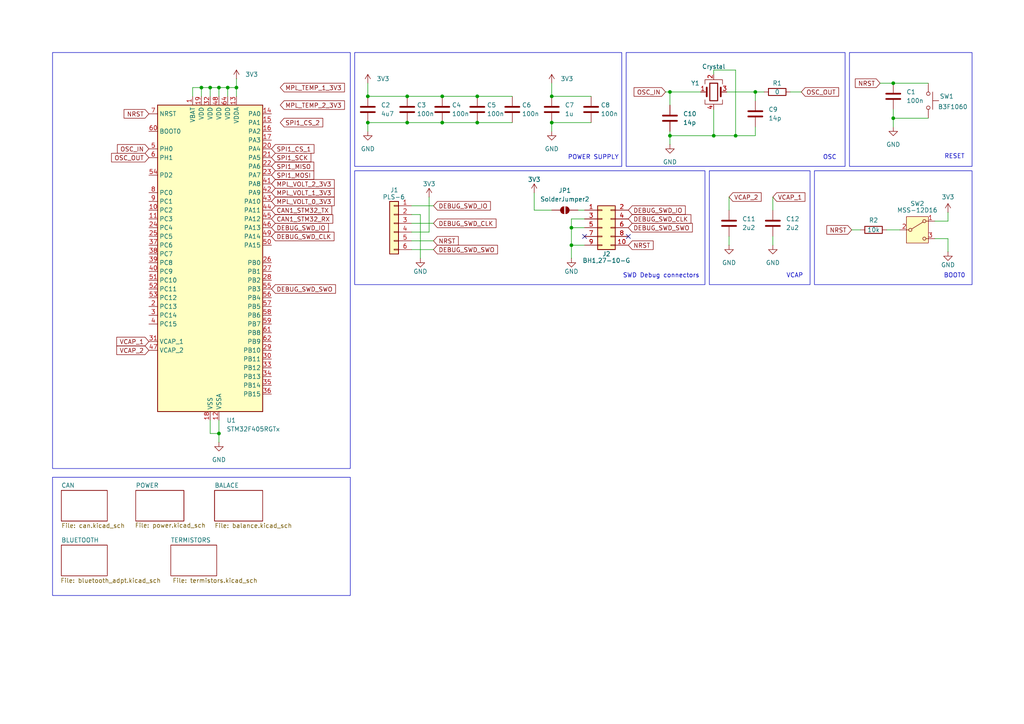
<source format=kicad_sch>
(kicad_sch (version 20250114) (generator "eeschema") (generator_version "9.0")
  (paper "A4")
  (lib_symbols
    (symbol "Connector_Generic:Conn_01x06" (pin_names (offset 1.016) (hide yes))
      (property "Reference" "J" (at 0 7.62 0))
      (property "Value" "Conn_01x06" (at 0 -10.16 0))
      (symbol "Conn_01x06_1_1"
        (rectangle (start -1.27 6.35) (end 1.27 -8.89) (stroke (width 0.254)) (fill (type background)))
        (rectangle (start -1.27 5.207) (end 0 4.953) (stroke (width 0.1524)))
        (rectangle (start -1.27 2.667) (end 0 2.413) (stroke (width 0.1524)))
        (rectangle (start -1.27 0.127) (end 0 -0.127) (stroke (width 0.1524)))
        (rectangle (start -1.27 -2.413) (end 0 -2.667) (stroke (width 0.1524)))
        (rectangle (start -1.27 -4.953) (end 0 -5.207) (stroke (width 0.1524)))
        (rectangle (start -1.27 -7.493) (end 0 -7.747) (stroke (width 0.1524)))
        (pin passive line (at -5.08 5.08 0) (length 3.81) (name "Pin_1") (number "1"))
        (pin passive line (at -5.08 2.54 0) (length 3.81) (name "Pin_2") (number "2"))
        (pin passive line (at -5.08 0 0) (length 3.81) (name "Pin_3") (number "3"))
        (pin passive line (at -5.08 -2.54 0) (length 3.81) (name "Pin_4") (number "4"))
        (pin passive line (at -5.08 -5.08 0) (length 3.81) (name "Pin_5") (number "5"))
        (pin passive line (at -5.08 -7.62 0) (length 3.81) (name "Pin_6") (number "6"))
      )
    )
    (symbol "Connector_Generic:Conn_02x05_Odd_Even" (pin_names (offset 1.016) (hide yes))
      (property "Reference" "J" (at 1.27 7.62 0))
      (property "Value" "Conn_02x05_Odd_Even" (at 1.27 -7.62 0))
      (symbol "Conn_02x05_Odd_Even_1_1"
        (rectangle (start -1.27 6.35) (end 3.81 -6.35) (stroke (width 0.254)) (fill (type background)))
        (rectangle (start -1.27 5.207) (end 0 4.953) (stroke (width 0.1524)))
        (rectangle (start -1.27 2.667) (end 0 2.413) (stroke (width 0.1524)))
        (rectangle (start -1.27 0.127) (end 0 -0.127) (stroke (width 0.1524)))
        (rectangle (start -1.27 -2.413) (end 0 -2.667) (stroke (width 0.1524)))
        (rectangle (start -1.27 -4.953) (end 0 -5.207) (stroke (width 0.1524)))
        (rectangle (start 3.81 5.207) (end 2.54 4.953) (stroke (width 0.1524)))
        (rectangle (start 3.81 2.667) (end 2.54 2.413) (stroke (width 0.1524)))
        (rectangle (start 3.81 0.127) (end 2.54 -0.127) (stroke (width 0.1524)))
        (rectangle (start 3.81 -2.413) (end 2.54 -2.667) (stroke (width 0.1524)))
        (rectangle (start 3.81 -4.953) (end 2.54 -5.207) (stroke (width 0.1524)))
        (pin passive line (at -5.08 5.08 0) (length 3.81) (name "Pin_1") (number "1"))
        (pin passive line (at -5.08 2.54 0) (length 3.81) (name "Pin_3") (number "3"))
        (pin passive line (at -5.08 0 0) (length 3.81) (name "Pin_5") (number "5"))
        (pin passive line (at -5.08 -2.54 0) (length 3.81) (name "Pin_7") (number "7"))
        (pin passive line (at -5.08 -5.08 0) (length 3.81) (name "Pin_9") (number "9"))
        (pin passive line (at 7.62 5.08 180) (length 3.81) (name "Pin_2") (number "2"))
        (pin passive line (at 7.62 2.54 180) (length 3.81) (name "Pin_4") (number "4"))
        (pin passive line (at 7.62 0 180) (length 3.81) (name "Pin_6") (number "6"))
        (pin passive line (at 7.62 -2.54 180) (length 3.81) (name "Pin_8") (number "8"))
        (pin passive line (at 7.62 -5.08 180) (length 3.81) (name "Pin_10") (number "10"))
      )
    )
    (symbol "Device:C" (pin_numbers (hide yes)) (pin_names (offset 0.254))
      (property "Reference" "C" (at 0.635 2.54 0))
      (property "Value" "C" (at 0.635 -2.54 0))
      (symbol "C_0_1"
        (polyline (pts (xy -2.032 0.762) (xy 2.032 0.762)) (stroke (width 0.508)))
        (polyline (pts (xy -2.032 -0.762) (xy 2.032 -0.762)) (stroke (width 0.508)))
      )
      (symbol "C_1_1"
        (pin passive line (at 0 3.81 270) (length 2.794) (name "~") (number "1"))
        (pin passive line (at 0 -3.81 90) (length 2.794) (name "~") (number "2"))
      )
    )
    (symbol "Device:Crystal_GND24" (pin_names (offset 1.016) (hide yes))
      (property "Reference" "Y" (at 3.175 5.08 0))
      (property "Value" "Crystal_GND24" (at 3.175 3.175 0))
      (symbol "Crystal_GND24_0_1"
        (polyline (pts (xy -2.54 2.286) (xy -2.54 3.556) (xy 2.54 3.556) (xy 2.54 2.286)))
        (polyline (pts (xy -2.54 0) (xy -2.032 0)))
        (polyline (pts (xy -2.54 -2.286) (xy -2.54 -3.556) (xy 2.54 -3.556) (xy 2.54 -2.286)))
        (polyline (pts (xy -2.032 -1.27) (xy -2.032 1.27)) (stroke (width 0.508)))
        (rectangle (start -1.143 2.54) (end 1.143 -2.54) (stroke (width 0.3048)))
        (polyline (pts (xy 0 3.556) (xy 0 3.81)))
        (polyline (pts (xy 0 -3.81) (xy 0 -3.556)))
        (polyline (pts (xy 2.032 0) (xy 2.54 0)))
        (polyline (pts (xy 2.032 -1.27) (xy 2.032 1.27)) (stroke (width 0.508)))
      )
      (symbol "Crystal_GND24_1_1"
        (pin passive line (at -3.81 0 0) (length 1.27) (name "1") (number "1"))
        (pin passive line (at 0 5.08 270) (length 1.27) (name "2") (number "2"))
        (pin passive line (at 0 -5.08 90) (length 1.27) (name "4") (number "4"))
        (pin passive line (at 3.81 0 180) (length 1.27) (name "3") (number "3"))
      )
    )
    (symbol "Device:R" (pin_numbers (hide yes)) (pin_names (offset 0))
      (property "Reference" "R" (at 2.032 0 90))
      (property "Value" "R" (at 0 0 90))
      (symbol "R_0_1"
        (rectangle (start -1.016 -2.54) (end 1.016 2.54) (stroke (width 0.254)))
      )
      (symbol "R_1_1"
        (pin passive line (at 0 3.81 270) (length 1.27) (name "~") (number "1"))
        (pin passive line (at 0 -3.81 90) (length 1.27) (name "~") (number "2"))
      )
    )
    (symbol "Jumper:SolderJumper_2_Open" (pin_numbers (hide yes)) (pin_names (offset 0) (hide yes)) (exclude_from_sim yes) (in_bom no)
      (property "Reference" "JP" (at 0 2.032 0))
      (property "Value" "SolderJumper_2_Open" (at 0 -2.54 0))
      (symbol "SolderJumper_2_Open_0_1"
        (polyline (pts (xy -0.254 1.016) (xy -0.254 -1.016)))
        (arc (start -0.254 -1.016) (mid -1.2656 0) (end -0.254 1.016))
        (arc (start -0.254 -1.016) (mid -1.2656 0) (end -0.254 1.016) (fill (type outline)))
        (arc (start 0.254 1.016) (mid 1.2656 0) (end 0.254 -1.016))
        (arc (start 0.254 1.016) (mid 1.2656 0) (end 0.254 -1.016) (fill (type outline)))
        (polyline (pts (xy 0.254 1.016) (xy 0.254 -1.016)))
      )
      (symbol "SolderJumper_2_Open_1_1"
        (pin passive line (at -3.81 0 0) (length 2.54) (name "A") (number "1"))
        (pin passive line (at 3.81 0 180) (length 2.54) (name "B") (number "2"))
      )
    )
    (symbol "MCU_ST_STM32F4:STM32F405RGTx"
      (property "Reference" "U" (at -15.24 46.99 0))
      (property "Value" "STM32F405RGTx" (at 10.16 46.99 0))
      (symbol "STM32F405RGTx_0_1"
        (rectangle (start -15.24 -43.18) (end 15.24 45.72) (stroke (width 0.254)) (fill (type background)))
      )
      (symbol "STM32F405RGTx_1_1"
        (pin input line (at -17.78 43.18 0) (length 2.54) (name "NRST") (number "7"))
        (pin input line (at -17.78 38.1 0) (length 2.54) (name "BOOT0") (number "60"))
        (pin bidirectional line (at -17.78 33.02 0) (length 2.54) (name "PH0") (number "5"))
        (pin bidirectional line (at -17.78 30.48 0) (length 2.54) (name "PH1") (number "6"))
        (pin bidirectional line (at -17.78 25.4 0) (length 2.54) (name "PD2") (number "54"))
        (pin bidirectional line (at -17.78 20.32 0) (length 2.54) (name "PC0") (number "8"))
        (pin bidirectional line (at -17.78 17.78 0) (length 2.54) (name "PC1") (number "9"))
        (pin bidirectional line (at -17.78 15.24 0) (length 2.54) (name "PC2") (number "10"))
        (pin bidirectional line (at -17.78 12.7 0) (length 2.54) (name "PC3") (number "11"))
        (pin bidirectional line (at -17.78 10.16 0) (length 2.54) (name "PC4") (number "24"))
        (pin bidirectional line (at -17.78 7.62 0) (length 2.54) (name "PC5") (number "25"))
        (pin bidirectional line (at -17.78 5.08 0) (length 2.54) (name "PC6") (number "37"))
        (pin bidirectional line (at -17.78 2.54 0) (length 2.54) (name "PC7") (number "38"))
        (pin bidirectional line (at -17.78 0 0) (length 2.54) (name "PC8") (number "39"))
        (pin bidirectional line (at -17.78 -2.54 0) (length 2.54) (name "PC9") (number "40"))
        (pin bidirectional line (at -17.78 -5.08 0) (length 2.54) (name "PC10") (number "51"))
        (pin bidirectional line (at -17.78 -7.62 0) (length 2.54) (name "PC11") (number "52"))
        (pin bidirectional line (at -17.78 -10.16 0) (length 2.54) (name "PC12") (number "53"))
        (pin bidirectional line (at -17.78 -12.7 0) (length 2.54) (name "PC13") (number "2"))
        (pin bidirectional line (at -17.78 -15.24 0) (length 2.54) (name "PC14") (number "3"))
        (pin bidirectional line (at -17.78 -17.78 0) (length 2.54) (name "PC15") (number "4"))
        (pin power_out line (at -17.78 -22.86 0) (length 2.54) (name "VCAP_1") (number "31"))
        (pin power_out line (at -17.78 -25.4 0) (length 2.54) (name "VCAP_2") (number "47"))
        (pin power_in line (at -5.08 48.26 270) (length 2.54) (name "VBAT") (number "1"))
        (pin power_in line (at -2.54 48.26 270) (length 2.54) (name "VDD") (number "19"))
        (pin power_in line (at 0 48.26 270) (length 2.54) (name "VDD") (number "32"))
        (pin power_in line (at 0 -45.72 90) (length 2.54) (name "VSS") (number "18"))
        (pin passive line (at 0 -45.72 90) (length 2.54) (hide yes) (name "VSS") (number "63"))
        (pin power_in line (at 2.54 48.26 270) (length 2.54) (name "VDD") (number "48"))
        (pin power_in line (at 2.54 -45.72 90) (length 2.54) (name "VSSA") (number "12"))
        (pin power_in line (at 5.08 48.26 270) (length 2.54) (name "VDD") (number "64"))
        (pin power_in line (at 7.62 48.26 270) (length 2.54) (name "VDDA") (number "13"))
        (pin bidirectional line (at 17.78 43.18 180) (length 2.54) (name "PA0") (number "14"))
        (pin bidirectional line (at 17.78 40.64 180) (length 2.54) (name "PA1") (number "15"))
        (pin bidirectional line (at 17.78 38.1 180) (length 2.54) (name "PA2") (number "16"))
        (pin bidirectional line (at 17.78 35.56 180) (length 2.54) (name "PA3") (number "17"))
        (pin bidirectional line (at 17.78 33.02 180) (length 2.54) (name "PA4") (number "20"))
        (pin bidirectional line (at 17.78 30.48 180) (length 2.54) (name "PA5") (number "21"))
        (pin bidirectional line (at 17.78 27.94 180) (length 2.54) (name "PA6") (number "22"))
        (pin bidirectional line (at 17.78 25.4 180) (length 2.54) (name "PA7") (number "23"))
        (pin bidirectional line (at 17.78 22.86 180) (length 2.54) (name "PA8") (number "41"))
        (pin bidirectional line (at 17.78 20.32 180) (length 2.54) (name "PA9") (number "42"))
        (pin bidirectional line (at 17.78 17.78 180) (length 2.54) (name "PA10") (number "43"))
        (pin bidirectional line (at 17.78 15.24 180) (length 2.54) (name "PA11") (number "44"))
        (pin bidirectional line (at 17.78 12.7 180) (length 2.54) (name "PA12") (number "45"))
        (pin bidirectional line (at 17.78 10.16 180) (length 2.54) (name "PA13") (number "46"))
        (pin bidirectional line (at 17.78 7.62 180) (length 2.54) (name "PA14") (number "49"))
        (pin bidirectional line (at 17.78 5.08 180) (length 2.54) (name "PA15") (number "50"))
        (pin bidirectional line (at 17.78 0 180) (length 2.54) (name "PB0") (number "26"))
        (pin bidirectional line (at 17.78 -2.54 180) (length 2.54) (name "PB1") (number "27"))
        (pin bidirectional line (at 17.78 -5.08 180) (length 2.54) (name "PB2") (number "28"))
        (pin bidirectional line (at 17.78 -7.62 180) (length 2.54) (name "PB3") (number "55"))
        (pin bidirectional line (at 17.78 -10.16 180) (length 2.54) (name "PB4") (number "56"))
        (pin bidirectional line (at 17.78 -12.7 180) (length 2.54) (name "PB5") (number "57"))
        (pin bidirectional line (at 17.78 -15.24 180) (length 2.54) (name "PB6") (number "58"))
        (pin bidirectional line (at 17.78 -17.78 180) (length 2.54) (name "PB7") (number "59"))
        (pin bidirectional line (at 17.78 -20.32 180) (length 2.54) (name "PB8") (number "61"))
        (pin bidirectional line (at 17.78 -22.86 180) (length 2.54) (name "PB9") (number "62"))
        (pin bidirectional line (at 17.78 -25.4 180) (length 2.54) (name "PB10") (number "29"))
        (pin bidirectional line (at 17.78 -27.94 180) (length 2.54) (name "PB11") (number "30"))
        (pin bidirectional line (at 17.78 -30.48 180) (length 2.54) (name "PB12") (number "33"))
        (pin bidirectional line (at 17.78 -33.02 180) (length 2.54) (name "PB13") (number "34"))
        (pin bidirectional line (at 17.78 -35.56 180) (length 2.54) (name "PB14") (number "35"))
        (pin bidirectional line (at 17.78 -38.1 180) (length 2.54) (name "PB15") (number "36"))
      )
    )
    (symbol "SW_SPDT_1" (pin_names (offset 0) (hide yes))
      (property "Reference" "SW" (at 0 5.08 0))
      (property "Value" "SW_SPDT" (at 0 -5.08 0))
      (symbol "SW_SPDT_1_0_1"
        (circle (center -2.032 0) (radius 0.4572))
        (polyline (pts (xy -1.651 0.254) (xy 1.651 2.286)))
        (circle (center 2.032 2.54) (radius 0.4572))
        (circle (center 2.032 -2.54) (radius 0.4572))
      )
      (symbol "SW_SPDT_1_1_1"
        (rectangle (start -3.175 3.81) (end 3.175 -3.81) (fill (type background)))
        (pin passive line (at -5.08 0 0) (length 2.54) (name "B") (number "2"))
        (pin passive line (at 5.08 2.54 180) (length 2.54) (name "A") (number "1"))
        (pin passive line (at 5.08 -2.54 180) (length 2.54) (name "C") (number "3"))
      )
    )
    (symbol "Switch:SW_Push" (pin_numbers (hide yes)) (pin_names (offset 1.016) (hide yes))
      (property "Reference" "SW" (at 1.27 2.54 0))
      (property "Value" "SW_Push" (at 0 -1.524 0))
      (symbol "SW_Push_0_1"
        (circle (center -2.032 0) (radius 0.508))
        (polyline (pts (xy 0 1.27) (xy 0 3.048)))
        (circle (center 2.032 0) (radius 0.508))
        (polyline (pts (xy 2.54 1.27) (xy -2.54 1.27)))
        (pin passive line (at -5.08 0 0) (length 2.54) (name "1") (number "1"))
        (pin passive line (at 5.08 0 180) (length 2.54) (name "2") (number "2"))
      )
    )
    (symbol "power:+1V1" (power) (pin_numbers (hide yes)) (pin_names (offset 0) (hide yes))
      (property "Value" "+1V1" (at 0 3.556 0))
      (symbol "+1V1_0_1"
        (polyline (pts (xy -0.762 1.27) (xy 0 2.54)))
        (polyline (pts (xy 0 2.54) (xy 0.762 1.27)))
        (polyline (pts (xy 0 0) (xy 0 2.54)))
      )
      (symbol "+1V1_1_1"
        (pin power_in line (at 0 0 90) (length 0) (name "~") (number "1"))
      )
    )
    (symbol "power:+5V" (power) (pin_numbers (hide yes)) (pin_names (offset 0) (hide yes))
      (property "Value" "+5V" (at 0 3.556 0))
      (symbol "+5V_0_1"
        (polyline (pts (xy -0.762 1.27) (xy 0 2.54)))
        (polyline (pts (xy 0 2.54) (xy 0.762 1.27)))
        (polyline (pts (xy 0 0) (xy 0 2.54)))
      )
      (symbol "+5V_1_1"
        (pin power_in line (at 0 0 90) (length 0) (name "~") (number "1"))
      )
    )
    (symbol "power:GND" (power) (pin_numbers (hide yes)) (pin_names (offset 0) (hide yes))
      (property "Value" "GND" (at 0 -3.81 0))
      (symbol "GND_0_1"
        (polyline (pts (xy 0 0) (xy 0 -1.27) (xy 1.27 -1.27) (xy 0 -2.54) (xy -1.27 -1.27) (xy 0 -1.27)))
      )
      (symbol "GND_1_1"
        (pin power_in line (at 0 0 270) (length 0) (name "~") (number "1"))
      )
    )
  )
  (rectangle (start 205.74 49.53) (end 234.95 82.55))
  (rectangle (start 181.61 15.24) (end 245.11 48.26))
  (rectangle (start 246.38 15.24) (end 281.94 48.26))
  (rectangle (start 102.87 15.24) (end 180.34 48.26))
  (rectangle (start 236.22 49.53) (end 281.94 82.55))
  (rectangle (start 102.87 49.53) (end 204.47 82.55))
  (rectangle (start 15.24 138.43) (end 101.6 172.72))
  (rectangle (start 15.24 15.24) (end 101.6 135.89))
  (text "VCAP" (at 230.505 80.01 0) (effects (font (size 1.27 1.27))))
  (text "POWER SUPPLY" (at 172.085 45.72 0) (effects (font (size 1.27 1.27))))
  (text "RESET" (at 276.86 45.466 0) (effects (font (size 1.27 1.27))))
  (text "BOOT0" (at 276.86 80.01 0) (effects (font (size 1.27 1.27))))
  (text "SWD Debug connectors" (at 191.77 80.01 0) (effects (font (size 1.27 1.27))))
  (text "OSC" (at 240.665 45.72 0) (effects (font (size 1.27 1.27))))
  (junction (at 165.735 66.04))
  (junction (at 106.68 27.94))
  (junction (at 259.08 24.13))
  (junction (at 207.01 39.37))
  (junction (at 63.5 25.4))
  (junction (at 194.31 26.67))
  (junction (at 138.43 35.56))
  (junction (at 60.96 25.4))
  (junction (at 128.27 35.56))
  (junction (at 118.11 35.56))
  (junction (at 68.58 25.4))
  (junction (at 160.02 27.94))
  (junction (at 118.11 27.94))
  (junction (at 194.31 39.37))
  (junction (at 106.68 35.56))
  (junction (at 128.27 27.94))
  (junction (at 58.42 25.4))
  (junction (at 165.735 71.12))
  (junction (at 219.075 26.67))
  (junction (at 138.43 27.94))
  (junction (at 160.02 35.56))
  (junction (at 66.04 25.4))
  (junction (at 259.08 34.29))
  (junction (at 213.36 39.37))
  (junction (at 63.5 125.73))
  (no_connect (at 182.245 68.58))
  (no_connect (at 169.545 68.58))
  (wire (pts (xy 271.145 69.215) (xy 274.955 69.215)))
  (wire (pts (xy 224.155 57.15) (xy 224.155 60.96)))
  (wire (pts (xy 160.02 27.94) (xy 171.45 27.94)))
  (wire (pts (xy 66.04 25.4) (xy 66.04 27.94)))
  (wire (pts (xy 274.955 69.215) (xy 274.955 73.025)))
  (wire (pts (xy 207.01 20.32) (xy 207.01 21.59)))
  (wire (pts (xy 213.36 20.32) (xy 213.36 39.37)))
  (wire (pts (xy 219.075 26.67) (xy 219.075 29.21)))
  (wire (pts (xy 259.08 34.29) (xy 259.08 36.83)))
  (wire (pts (xy 160.02 60.96) (xy 154.94 60.96)))
  (wire (pts (xy 194.31 26.67) (xy 194.31 30.48)))
  (wire (pts (xy 260.985 66.675) (xy 257.175 66.675)))
  (wire (pts (xy 68.58 22.86) (xy 68.58 25.4)))
  (wire (pts (xy 124.46 67.31) (xy 119.38 67.31)))
  (wire (pts (xy 211.455 68.58) (xy 211.455 71.12)))
  (wire (pts (xy 259.08 24.13) (xy 269.24 24.13)))
  (wire (pts (xy 128.27 35.56) (xy 138.43 35.56)))
  (wire (pts (xy 60.96 25.4) (xy 60.96 27.94)))
  (wire (pts (xy 193.04 26.67) (xy 194.31 26.67)))
  (wire (pts (xy 165.735 66.04) (xy 165.735 71.12)))
  (wire (pts (xy 165.735 63.5) (xy 165.735 66.04)))
  (wire (pts (xy 207.01 20.32) (xy 213.36 20.32)))
  (wire (pts (xy 160.02 24.13) (xy 160.02 27.94)))
  (wire (pts (xy 247.015 66.675) (xy 249.555 66.675)))
  (wire (pts (xy 118.11 27.94) (xy 128.27 27.94)))
  (wire (pts (xy 125.73 72.39) (xy 119.38 72.39)))
  (wire (pts (xy 167.64 60.96) (xy 169.545 60.96)))
  (wire (pts (xy 128.27 27.94) (xy 138.43 27.94)))
  (wire (pts (xy 63.5 25.4) (xy 66.04 25.4)))
  (wire (pts (xy 194.31 39.37) (xy 194.31 41.91)))
  (wire (pts (xy 259.08 31.75) (xy 259.08 34.29)))
  (wire (pts (xy 106.68 24.13) (xy 106.68 27.94)))
  (wire (pts (xy 55.88 25.4) (xy 55.88 27.94)))
  (wire (pts (xy 213.36 39.37) (xy 219.075 39.37)))
  (wire (pts (xy 124.46 57.15) (xy 124.46 67.31)))
  (wire (pts (xy 119.38 69.85) (xy 125.73 69.85)))
  (wire (pts (xy 106.68 35.56) (xy 118.11 35.56)))
  (wire (pts (xy 259.08 34.29) (xy 269.24 34.29)))
  (wire (pts (xy 58.42 25.4) (xy 60.96 25.4)))
  (wire (pts (xy 194.31 26.67) (xy 203.2 26.67)))
  (wire (pts (xy 229.235 26.67) (xy 232.41 26.67)))
  (wire (pts (xy 138.43 35.56) (xy 148.59 35.56)))
  (wire (pts (xy 63.5 25.4) (xy 63.5 27.94)))
  (wire (pts (xy 211.455 57.15) (xy 211.455 60.96)))
  (wire (pts (xy 194.31 38.1) (xy 194.31 39.37)))
  (wire (pts (xy 224.155 68.58) (xy 224.155 71.12)))
  (wire (pts (xy 274.955 64.135) (xy 274.955 61.595)))
  (wire (pts (xy 138.43 27.94) (xy 148.59 27.94)))
  (wire (pts (xy 60.96 121.92) (xy 60.96 125.73)))
  (wire (pts (xy 207.01 31.75) (xy 207.01 39.37)))
  (wire (pts (xy 60.96 125.73) (xy 63.5 125.73)))
  (wire (pts (xy 121.92 62.23) (xy 121.92 74.93)))
  (wire (pts (xy 271.145 64.135) (xy 274.955 64.135)))
  (wire (pts (xy 165.735 71.12) (xy 165.735 74.93)))
  (wire (pts (xy 106.68 27.94) (xy 118.11 27.94)))
  (wire (pts (xy 169.545 71.12) (xy 165.735 71.12)))
  (wire (pts (xy 160.02 35.56) (xy 171.45 35.56)))
  (wire (pts (xy 210.82 26.67) (xy 219.075 26.67)))
  (wire (pts (xy 255.27 24.13) (xy 259.08 24.13)))
  (wire (pts (xy 118.11 35.56) (xy 128.27 35.56)))
  (wire (pts (xy 63.5 128.27) (xy 63.5 125.73)))
  (wire (pts (xy 194.31 39.37) (xy 207.01 39.37)))
  (wire (pts (xy 207.01 39.37) (xy 213.36 39.37)))
  (wire (pts (xy 160.02 35.56) (xy 160.02 38.1)))
  (wire (pts (xy 169.545 63.5) (xy 165.735 63.5)))
  (wire (pts (xy 219.075 39.37) (xy 219.075 36.83)))
  (wire (pts (xy 60.96 25.4) (xy 63.5 25.4)))
  (wire (pts (xy 125.73 64.77) (xy 119.38 64.77)))
  (wire (pts (xy 154.94 55.88) (xy 154.94 60.96)))
  (wire (pts (xy 106.68 35.56) (xy 106.68 38.1)))
  (wire (pts (xy 55.88 25.4) (xy 58.42 25.4)))
  (wire (pts (xy 125.73 59.69) (xy 119.38 59.69)))
  (wire (pts (xy 219.075 26.67) (xy 221.615 26.67)))
  (wire (pts (xy 119.38 62.23) (xy 121.92 62.23)))
  (wire (pts (xy 63.5 121.92) (xy 63.5 125.73)))
  (wire (pts (xy 68.58 25.4) (xy 68.58 27.94)))
  (wire (pts (xy 169.545 66.04) (xy 165.735 66.04)))
  (wire (pts (xy 58.42 25.4) (xy 58.42 27.94)))
  (wire (pts (xy 66.04 25.4) (xy 68.58 25.4)))
  (global_label "NRST" (shape input) (at 125.73 69.85 0) (property "Intersheetrefs" "${INTERSHEET_REFS}" (at 133.4928 69.85 0) (effects (justify left))))
  (global_label "MPL_VOLT_0_3V3" (shape input) (at 78.74 58.42 0) (property "Intersheetrefs" "${INTERSHEET_REFS}" (at 97.5094 58.42 0) (effects (justify left))))
  (global_label "VCAP_1" (shape input) (at 224.155 57.15 0) (property "Intersheetrefs" "${INTERSHEET_REFS}" (at 234.0345 57.15 0) (effects (justify left))))
  (global_label "OSC_OUT" (shape input) (at 43.18 45.72 180) (property "Intersheetrefs" "${INTERSHEET_REFS}" (at 31.7886 45.72 0) (effects (justify right))))
  (global_label "DEBUG_SWD_IO" (shape input) (at 182.245 60.96 0) (property "Intersheetrefs" "${INTERSHEET_REFS}" (at 199.3211 60.96 0) (effects (justify left))))
  (global_label "DEBUG_SWD_CLK" (shape input) (at 182.245 63.5 0) (property "Intersheetrefs" "${INTERSHEET_REFS}" (at 200.9539 63.5 0) (effects (justify left))))
  (global_label "MPL_VOLT_2_3V3" (shape input) (at 78.74 53.34 0) (property "Intersheetrefs" "${INTERSHEET_REFS}" (at 97.5094 53.34 0) (effects (justify left))))
  (global_label "VCAP_2" (shape input) (at 43.18 101.6 180) (property "Intersheetrefs" "${INTERSHEET_REFS}" (at 33.3005 101.6 0) (effects (justify right))))
  (global_label "VCAP_1" (shape input) (at 43.18 99.06 180) (property "Intersheetrefs" "${INTERSHEET_REFS}" (at 33.3005 99.06 0) (effects (justify right))))
  (global_label "DEBUG_SWD_CLK" (shape input) (at 78.74 68.58 0) (property "Intersheetrefs" "${INTERSHEET_REFS}" (at 97.4489 68.58 0) (effects (justify left))))
  (global_label "SPI1_CS_2" (shape input) (at 81.28 35.56 0) (property "Intersheetrefs" "${INTERSHEET_REFS}" (at 94.1832 35.56 0) (effects (justify left))))
  (global_label "CAN1_STM32_RX" (shape input) (at 78.74 63.5 0) (property "Intersheetrefs" "${INTERSHEET_REFS}" (at 97.086 63.5 0) (effects (justify left))))
  (global_label "OSC_IN" (shape input) (at 193.04 26.67 180) (property "Intersheetrefs" "${INTERSHEET_REFS}" (at 183.3419 26.67 0) (effects (justify right))))
  (global_label "OSC_OUT" (shape input) (at 232.41 26.67 0) (property "Intersheetrefs" "${INTERSHEET_REFS}" (at 243.8014 26.67 0) (effects (justify left))))
  (global_label "DEBUG_SWD_CLK" (shape input) (at 125.73 64.77 0) (property "Intersheetrefs" "${INTERSHEET_REFS}" (at 144.4389 64.77 0) (effects (justify left))))
  (global_label "DEBUG_SWD_IO" (shape input) (at 125.73 59.69 0) (property "Intersheetrefs" "${INTERSHEET_REFS}" (at 142.8061 59.69 0) (effects (justify left))))
  (global_label "NRST" (shape input) (at 43.18 33.02 180) (property "Intersheetrefs" "${INTERSHEET_REFS}" (at 35.4172 33.02 0) (effects (justify right))))
  (global_label "MPL_TEMP_2_3V3" (shape input) (at 81.28 30.48 0) (property "Intersheetrefs" "${INTERSHEET_REFS}" (at 100.4726 30.48 0) (effects (justify left))))
  (global_label "SPI1_MOSI" (shape input) (at 78.74 50.8 0) (property "Intersheetrefs" "${INTERSHEET_REFS}" (at 91.5828 50.8 0) (effects (justify left))))
  (global_label "SPI1_SCK" (shape input) (at 78.74 45.72 0) (property "Intersheetrefs" "${INTERSHEET_REFS}" (at 90.7361 45.72 0) (effects (justify left))))
  (global_label "VCAP_2" (shape input) (at 211.455 57.15 0) (property "Intersheetrefs" "${INTERSHEET_REFS}" (at 221.3345 57.15 0) (effects (justify left))))
  (global_label "NRST" (shape input) (at 247.015 66.675 180) (property "Intersheetrefs" "${INTERSHEET_REFS}" (at 239.2522 66.675 0) (effects (justify right))))
  (global_label "MPL_TEMP_1_3V3" (shape input) (at 81.28 25.4 0) (property "Intersheetrefs" "${INTERSHEET_REFS}" (at 100.4726 25.4 0) (effects (justify left))))
  (global_label "DEBUG_SWD_SWO" (shape input) (at 125.73 72.39 0) (property "Intersheetrefs" "${INTERSHEET_REFS}" (at 144.8622 72.39 0) (effects (justify left))))
  (global_label "NRST" (shape input) (at 182.245 71.12 0) (property "Intersheetrefs" "${INTERSHEET_REFS}" (at 190.0078 71.12 0) (effects (justify left))))
  (global_label "CAN1_STM32_TX" (shape input) (at 78.74 60.96 0) (property "Intersheetrefs" "${INTERSHEET_REFS}" (at 96.7836 60.96 0) (effects (justify left))))
  (global_label "NRST" (shape input) (at 255.27 24.13 180) (property "Intersheetrefs" "${INTERSHEET_REFS}" (at 247.5072 24.13 0) (effects (justify right))))
  (global_label "SPI1_CS_1" (shape input) (at 78.74 43.18 0) (property "Intersheetrefs" "${INTERSHEET_REFS}" (at 91.6432 43.18 0) (effects (justify left))))
  (global_label "DEBUG_SWD_SWO" (shape input) (at 182.245 66.04 0) (property "Intersheetrefs" "${INTERSHEET_REFS}" (at 201.3772 66.04 0) (effects (justify left))))
  (global_label "OSC_IN" (shape input) (at 43.18 43.18 180) (property "Intersheetrefs" "${INTERSHEET_REFS}" (at 33.4819 43.18 0) (effects (justify right))))
  (global_label "SPI1_MISO" (shape input) (at 78.74 48.26 0) (property "Intersheetrefs" "${INTERSHEET_REFS}" (at 91.5828 48.26 0) (effects (justify left))))
  (global_label "DEBUG_SWD_IO" (shape input) (at 78.74 66.04 0) (property "Intersheetrefs" "${INTERSHEET_REFS}" (at 95.8161 66.04 0) (effects (justify left))))
  (global_label "DEBUG_SWD_SWO" (shape input) (at 78.74 83.82 0) (property "Intersheetrefs" "${INTERSHEET_REFS}" (at 97.8722 83.82 0) (effects (justify left))))
  (global_label "MPL_VOLT_1_3V3" (shape input) (at 78.74 55.88 0) (property "Intersheetrefs" "${INTERSHEET_REFS}" (at 97.5094 55.88 0) (effects (justify left))))
  (symbol (lib_id "Device:C") (at 211.455 64.77 0) (unit 1)
    (property "Reference" "C11" (at 215.265 63.4999 0) (effects (justify left)))
    (property "Value" "2u2" (at 215.265 66.0399 0) (effects (justify left)))
    (property "Footprint" "Capacitor_SMD:C_0603_1608Metric" (effects (hide yes)))
    (property "Description" "Unpolarized capacitor" (effects (hide yes)))
  )
  (symbol (lib_id "power:GND") (at 63.5 128.27 0) (unit 1)
    (property "Reference" "#PWR016" (effects (hide yes)))
    (property "Value" "GND" (at 63.5 133.35 0))
    (property "Description" "Power symbol creates a global label with name \"GND\" , ground" (effects (hide yes)))
  )
  (symbol (lib_id "Device:R") (at 225.425 26.67 90) (unit 1)
    (property "Reference" "R1" (at 225.425 24.13 90))
    (property "Value" "0" (at 225.425 26.67 90))
    (property "Footprint" "Resistor_SMD:R_0603_1608Metric" (effects (hide yes)))
    (property "Description" "Resistor" (effects (hide yes)))
  )
  (symbol (lib_id "Device:C") (at 118.11 31.75 0) (unit 1)
    (property "Reference" "C3" (at 120.904 30.48 0) (effects (justify left)))
    (property "Value" "100n" (at 120.904 33.02 0) (effects (justify left)))
    (property "Footprint" "Capacitor_SMD:C_0603_1608Metric" (effects (hide yes)))
    (property "Description" "Unpolarized capacitor" (effects (hide yes)))
  )
  (symbol (lib_id "power:+5V") (at 274.955 61.595 0) (unit 1)
    (property "Reference" "#PWR010" (effects (hide yes)))
    (property "Value" "3V3" (at 274.955 57.15 0))
    (property "Description" "Power symbol creates a global label with name \"+5V\"" (effects (hide yes)))
  )
  (symbol (lib_id "power:+1V1") (at 160.02 24.13 0) (unit 1)
    (property "Reference" "#PWR03" (effects (hide yes)))
    (property "Value" "3V3" (at 162.56 22.8599 0) (effects (justify left)))
    (property "Description" "Power symbol creates a global label with name \"+1V1\"" (effects (hide yes)))
  )
  (symbol (lib_id "Device:Crystal_GND24") (at 207.01 26.67 0) (unit 1)
    (property "Reference" "Y1" (at 201.676 24.13 0))
    (property "Value" "Crystal" (at 207.01 19.304 0))
    (property "Footprint" "Crystal:Crystal_SMD_SeikoEpson_TSX3225-4Pin_3.2x2.5mm" (effects (hide yes)))
    (property "Datasheet" "https://www.chipdip.ru/product/smd-kse-7u08000mab143za3" (effects (hide yes)))
    (property "Description" "Four pin crystal, GND on pins 2 and 4" (effects (hide yes)))
  )
  (symbol (lib_id "Connector_Generic:Conn_01x06") (at 114.3 64.77 0) (mirror y) (unit 1)
    (property "Reference" "J1" (at 115.57 55.118 0) (effects (justify left)))
    (property "Value" "PLS-6" (at 117.475 57.15 0) (effects (justify left)))
    (property "Footprint" "Connector_PinHeader_2.54mm:PinHeader_1x06_P2.54mm_Vertical" (effects (hide yes)))
    (property "Description" "Generic connector, single row, 01x06, script generated (kicad-library-utils/schlib/autogen/connector/)" (effects (hide yes)))
  )
  (symbol (lib_id "power:GND") (at 259.08 36.83 0) (unit 1)
    (property "Reference" "#PWR04" (effects (hide yes)))
    (property "Value" "GND" (at 259.08 41.91 0))
    (property "Description" "Power symbol creates a global label with name \"GND\" , ground" (effects (hide yes)))
  )
  (symbol (lib_id "power:GND") (at 224.155 71.12 0) (unit 1)
    (property "Reference" "#PWR012" (effects (hide yes)))
    (property "Value" "GND" (at 224.155 76.2 0))
    (property "Description" "Power symbol creates a global label with name \"GND\" , ground" (effects (hide yes)))
  )
  (symbol (lib_id "power:GND") (at 274.955 73.025 0) (unit 1)
    (property "Reference" "#PWR013" (effects (hide yes)))
    (property "Value" "GND" (at 274.955 76.835 0))
  )
  (symbol (lib_id "Device:C") (at 106.68 31.75 0) (unit 1)
    (property "Reference" "C2" (at 110.49 30.4799 0) (effects (justify left)))
    (property "Value" "4u7" (at 110.49 33.0199 0) (effects (justify left)))
    (property "Footprint" "Capacitor_SMD:C_0603_1608Metric" (effects (hide yes)))
    (property "Description" "Unpolarized capacitor" (effects (hide yes)))
  )
  (symbol (lib_id "power:GND") (at 194.31 41.91 0) (unit 1)
    (property "Reference" "#PWR07" (effects (hide yes)))
    (property "Value" "GND" (at 194.31 46.99 0))
    (property "Description" "Power symbol creates a global label with name \"GND\" , ground" (effects (hide yes)))
  )
  (symbol (lib_id "Switch:SW_Push") (at 269.24 29.21 270) (unit 1)
    (property "Reference" "SW1" (at 272.542 27.94 90) (effects (justify left)))
    (property "Value" "B3F1060" (at 272.034 30.988 90) (effects (justify left)))
    (property "Footprint" "Button_Switch_THT:SW_PUSH_6mm_H5mm" (effects (hide yes)))
    (property "Мин. кол-во" "1" (effects (hide yes)))
    (property "Ссылка" "https://www.promelec.ru/product/430220/" (effects (hide yes)))
    (property "Цена" "15" (effects (hide yes)))
    (property "Человекопонятное название" "Кнопка тактильная 6х6 h=7мм" (effects (hide yes)))
  )
  (symbol (lib_id "power:GND") (at 121.92 74.93 0) (mirror y) (unit 1)
    (property "Reference" "#PWR014" (effects (hide yes)))
    (property "Value" "GND" (at 121.92 78.74 0))
  )
  (symbol (lib_id "power:+1V1") (at 68.58 22.86 0) (unit 1)
    (property "Reference" "#PWR01" (effects (hide yes)))
    (property "Value" "3V3" (at 71.12 21.5899 0) (effects (justify left)))
    (property "Description" "Power symbol creates a global label with name \"+1V1\"" (effects (hide yes)))
  )
  (symbol (lib_id "Device:C") (at 171.45 31.75 0) (unit 1)
    (property "Reference" "C8" (at 174.244 30.48 0) (effects (justify left)))
    (property "Value" "100n" (at 174.244 33.02 0) (effects (justify left)))
    (property "Footprint" "Capacitor_SMD:C_0603_1608Metric" (effects (hide yes)))
    (property "Description" "Unpolarized capacitor" (effects (hide yes)))
  )
  (symbol (lib_id "power:GND") (at 211.455 71.12 0) (unit 1)
    (property "Reference" "#PWR011" (effects (hide yes)))
    (property "Value" "GND" (at 211.455 76.2 0))
    (property "Description" "Power symbol creates a global label with name \"GND\" , ground" (effects (hide yes)))
  )
  (symbol (lib_id "power:+5V") (at 154.94 55.88 0) (unit 1)
    (property "Reference" "#PWR08" (effects (hide yes)))
    (property "Value" "3V3" (at 154.94 52.07 0))
    (property "Description" "Power symbol creates a global label with name \"+5V\"" (effects (hide yes)))
  )
  (symbol (lib_id "power:+1V1") (at 106.68 24.13 0) (unit 1)
    (property "Reference" "#PWR02" (effects (hide yes)))
    (property "Value" "3V3" (at 109.22 22.8599 0) (effects (justify left)))
    (property "Description" "Power symbol creates a global label with name \"+1V1\"" (effects (hide yes)))
  )
  (symbol (lib_id "Device:C") (at 224.155 64.77 0) (unit 1)
    (property "Reference" "C12" (at 227.965 63.4999 0) (effects (justify left)))
    (property "Value" "2u2" (at 227.965 66.0399 0) (effects (justify left)))
    (property "Footprint" "Capacitor_SMD:C_0603_1608Metric" (effects (hide yes)))
    (property "Description" "Unpolarized capacitor" (effects (hide yes)))
  )
  (symbol (lib_id "Device:C") (at 148.59 31.75 0) (unit 1)
    (property "Reference" "C6" (at 151.384 30.48 0) (effects (justify left)))
    (property "Value" "100n" (at 151.384 33.02 0) (effects (justify left)))
    (property "Footprint" "Capacitor_SMD:C_0603_1608Metric" (effects (hide yes)))
    (property "Description" "Unpolarized capacitor" (effects (hide yes)))
  )
  (symbol (lib_id "Device:R") (at 253.365 66.675 90) (unit 1)
    (property "Reference" "R2" (at 253.365 63.881 90))
    (property "Value" "10k" (at 253.365 66.675 90))
    (property "Footprint" "Resistor_SMD:R_0603_1608Metric" (effects (hide yes)))
    (property "Мин. кол-во" "1000" (effects (hide yes)))
    (property "Ссылка" "https://www.promelec.ru/product/344748/" (effects (hide yes)))
    (property "Цена" "1" (effects (hide yes)))
    (property "Человекопонятное название" "Толстопленочный ЧИП-резистор 0603 10кОм" (effects (hide yes)))
  )
  (symbol (lib_id "power:GND") (at 165.735 74.93 0) (unit 1)
    (property "Reference" "#PWR015" (effects (hide yes)))
    (property "Value" "GND" (at 165.735 78.74 0))
  )
  (symbol (lib_id "Jumper:SolderJumper_2_Open") (at 163.83 60.96 0) (unit 1)
    (property "Reference" "JP1" (at 163.83 55.245 0))
    (property "Value" "SolderJumper2" (at 163.83 57.785 0))
    (property "Footprint" "Jumper:SolderJumper-2_P1.3mm_Open_RoundedPad1.0x1.5mm" (effects (hide yes)))
    (property "Description" "Solder Jumper, 2-pole, open" (effects (hide yes)))
  )
  (symbol (lib_id "Device:C") (at 138.43 31.75 0) (unit 1)
    (property "Reference" "C5" (at 141.224 30.48 0) (effects (justify left)))
    (property "Value" "100n" (at 141.224 33.02 0) (effects (justify left)))
    (property "Footprint" "Capacitor_SMD:C_0603_1608Metric" (effects (hide yes)))
    (property "Description" "Unpolarized capacitor" (effects (hide yes)))
  )
  (symbol (lib_id "Device:C") (at 128.27 31.75 0) (unit 1)
    (property "Reference" "C4" (at 131.064 30.48 0) (effects (justify left)))
    (property "Value" "100n" (at 131.064 33.02 0) (effects (justify left)))
    (property "Footprint" "Capacitor_SMD:C_0603_1608Metric" (effects (hide yes)))
    (property "Description" "Unpolarized capacitor" (effects (hide yes)))
  )
  (symbol (lib_id "power:GND") (at 160.02 38.1 0) (unit 1)
    (property "Reference" "#PWR06" (effects (hide yes)))
    (property "Value" "GND" (at 160.02 43.18 0))
    (property "Description" "Power symbol creates a global label with name \"GND\" , ground" (effects (hide yes)))
  )
  (symbol (lib_id "Device:C") (at 219.075 33.02 0) (unit 1)
    (property "Reference" "C9" (at 222.885 31.7499 0) (effects (justify left)))
    (property "Value" "14p" (at 222.885 34.2899 0) (effects (justify left)))
    (property "Footprint" "Capacitor_SMD:C_0603_1608Metric" (effects (hide yes)))
    (property "Description" "Unpolarized capacitor" (effects (hide yes)))
  )
  (symbol (lib_id "Device:C") (at 259.08 27.94 180) (unit 1)
    (property "Reference" "C1" (at 262.89 26.6699 0) (effects (justify right)))
    (property "Value" "100n" (at 262.89 29.2099 0) (effects (justify right)))
    (property "Footprint" "Capacitor_SMD:C_0603_1608Metric" (effects (hide yes)))
    (property "Description" "Unpolarized capacitor" (effects (hide yes)))
  )
  (symbol (lib_id "MCU_ST_STM32F4:STM32F405RGTx") (at 60.96 76.2 0) (unit 1)
    (property "Reference" "U1" (at 65.6941 121.92 0) (effects (justify left)))
    (property "Value" "STM32F405RGTx" (at 65.6941 124.46 0) (effects (justify left)))
    (property "Footprint" "Package_QFP:LQFP-64_10x10mm_P0.5mm" (effects (hide yes)))
    (property "Datasheet" "https://www.st.com/resource/en/datasheet/stm32f405rg.pdf" (effects (hide yes)))
    (property "Description" "STMicroelectronics Arm Cortex-M4 MCU, 1024KB flash, 192KB RAM, 168 MHz, 1.8-3.6V, 51 GPIO, LQFP64" (effects (hide yes)))
  )
  (symbol (lib_id "power:GND") (at 106.68 38.1 0) (unit 1)
    (property "Reference" "#PWR05" (effects (hide yes)))
    (property "Value" "GND" (at 106.68 43.18 0))
    (property "Description" "Power symbol creates a global label with name \"GND\" , ground" (effects (hide yes)))
  )
  (symbol (lib_id "Device:C") (at 160.02 31.75 0) (unit 1)
    (property "Reference" "C7" (at 163.83 30.4799 0) (effects (justify left)))
    (property "Value" "1u" (at 163.83 33.0199 0) (effects (justify left)))
    (property "Footprint" "Capacitor_SMD:C_0603_1608Metric" (effects (hide yes)))
    (property "Description" "Unpolarized capacitor" (effects (hide yes)))
  )
  (symbol (lib_id "Device:C") (at 194.31 34.29 180) (unit 1)
    (property "Reference" "C10" (at 198.12 33.0199 0) (effects (justify right)))
    (property "Value" "14p" (at 198.12 35.5599 0) (effects (justify right)))
    (property "Footprint" "Capacitor_SMD:C_0603_1608Metric" (effects (hide yes)))
    (property "Description" "Unpolarized capacitor" (effects (hide yes)))
  )
  (symbol (lib_name "SW_SPDT_1") (lib_id "Switch:SW_SPDT") (at 266.065 66.675 0) (unit 1)
    (property "Reference" "SW2" (at 266.065 59.055 0))
    (property "Value" "MSS-12D16" (at 266.065 60.96 0))
    (property "Footprint" "user:MSS-12D16" (effects (hide yes)))
    (property "Description" "Switch, single pole double throw" (effects (hide yes)))
  )
  (symbol (lib_id "Connector_Generic:Conn_02x05_Odd_Even") (at 174.625 66.04 0) (unit 1)
    (property "Reference" "J2" (at 175.895 73.66 0))
    (property "Value" "BH1,27-10-G" (at 175.895 75.565 0))
    (property "Footprint" "Connector_PinHeader_1.27mm:PinHeader_2x05_P1.27mm_Vertical" (effects (hide yes)))
    (property "Description" "Generic connector, double row, 02x05, odd/even pin numbering scheme (row 1 odd numbers, row 2 even numbers), script generated (kicad-library-utils/schlib/autogen/connector/)" (effects (hide yes)))
    (property "Мин. кол-во" "1" (effects (hide yes)))
    (property "Ссылка" "https://energoflot.ru/item/C3503-10SGB000R+BH1%2C27-10-G" (effects (hide yes)))
    (property "Цена" "97" (effects (hide yes)))
    (property "Человекопонятное название" "Разъем штыревой 1x05 1.27x1.27" (effects (hide yes)))
  )
  (symbol (lib_id "power:+5V") (at 124.46 57.15 0) (mirror y) (unit 1)
    (property "Reference" "#PWR09" (effects (hide yes)))
    (property "Value" "3V3" (at 124.46 53.34 0))
    (property "Description" "Power symbol creates a global label with name \"+5V\"" (effects (hide yes)))
  )
  (sheet (at 62.23 142.24) (size 13.97 8.89) (stroke (width 0.1524))
    (property "Sheetname" "BALACE" (at 62.23 141.5284 0) (effects (justify left bottom)))
    (property "Sheetfile" "balance.kicad_sch" (at 62.23 151.7146 0) (effects (justify left top)))
  )
  (sheet (at 39.37 142.24) (size 13.97 8.89) (stroke (width 0.1524))
    (property "Sheetname" "POWER" (at 39.37 141.5284 0) (effects (justify left bottom)))
    (property "Sheetfile" "power.kicad_sch" (at 39.116 151.638 0) (effects (justify left top)))
  )
  (sheet (at 17.78 158.115) (size 13.335 8.89) (stroke (width 0.1524))
    (property "Sheetname" "BLUETOOTH" (at 17.78 157.4034 0) (effects (justify left bottom)))
    (property "Sheetfile" "bluetooth_adpt.kicad_sch" (at 17.526 167.64 0) (effects (justify left top)))
  )
  (sheet (at 49.53 158.115) (size 13.335 8.89) (stroke (width 0.1524))
    (property "Sheetname" "TERMISTORS" (at 49.53 157.4034 0) (effects (justify left bottom)))
    (property "Sheetfile" "termistors.kicad_sch" (at 50.038 167.64 0) (effects (justify left top)))
  )
  (sheet (at 17.78 142.24) (size 13.335 8.89) (stroke (width 0.1524))
    (property "Sheetname" "CAN" (at 17.78 141.5284 0) (effects (justify left bottom)))
    (property "Sheetfile" "can.kicad_sch" (at 17.78 151.7146 0) (effects (justify left top)))
  )
)
</source>
